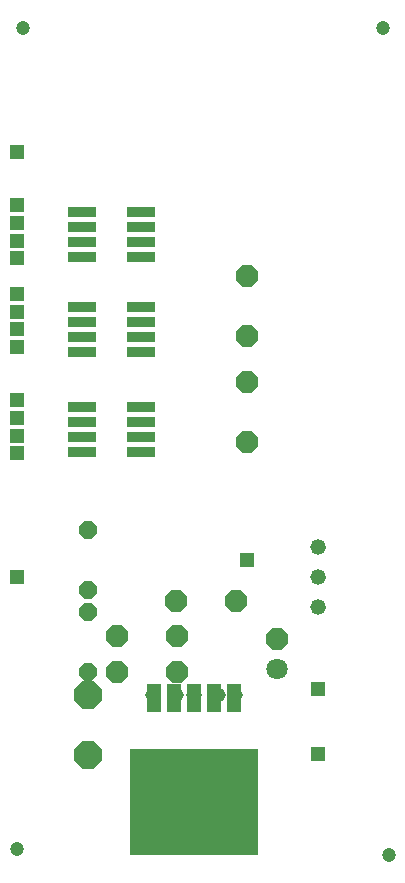
<source format=gts>
G75*
%MOIN*%
%OFA0B0*%
%FSLAX24Y24*%
%IPPOS*%
%LPD*%
%AMOC8*
5,1,8,0,0,1.08239X$1,22.5*
%
%ADD10C,0.0474*%
%ADD11C,0.0520*%
%ADD12R,0.4280X0.3580*%
%ADD13R,0.0500X0.0980*%
%ADD14C,0.0710*%
%ADD15OC8,0.0710*%
%ADD16OC8,0.0600*%
%ADD17OC8,0.0905*%
%ADD18R,0.0980X0.0320*%
%ADD19R,0.0476X0.0476*%
%ADD20C,0.0516*%
D10*
X002580Y002580D03*
X014982Y002383D03*
X014785Y029943D03*
X002777Y029943D03*
D11*
X012620Y012635D03*
X012620Y011635D03*
X012620Y010635D03*
D12*
X008486Y004155D03*
D13*
X008486Y007605D03*
X009156Y007605D03*
X009826Y007605D03*
X007816Y007605D03*
X007146Y007605D03*
D14*
X011242Y008576D03*
D15*
X011242Y009576D03*
X009880Y010848D03*
X007880Y010848D03*
X007911Y009667D03*
X007911Y008486D03*
X005911Y008486D03*
X005911Y009667D03*
X010257Y016147D03*
X010257Y018147D03*
X010257Y019691D03*
X010257Y021691D03*
D16*
X004943Y013226D03*
X004943Y011226D03*
X004943Y010470D03*
X004943Y008470D03*
D17*
X004943Y007714D03*
X004943Y005714D03*
D18*
X004740Y015807D03*
X004740Y016307D03*
X004740Y016807D03*
X004740Y017307D03*
X004740Y019153D03*
X004740Y019653D03*
X004740Y020153D03*
X004740Y020653D03*
X004740Y022303D03*
X004740Y022803D03*
X004740Y023303D03*
X004740Y023803D03*
X006720Y023803D03*
X006720Y023303D03*
X006720Y022803D03*
X006720Y022303D03*
X006720Y020653D03*
X006720Y020153D03*
X006720Y019653D03*
X006720Y019153D03*
X006720Y017307D03*
X006720Y016807D03*
X006720Y016307D03*
X006720Y015807D03*
D19*
X010257Y012226D03*
X012620Y007895D03*
X012620Y005730D03*
X002580Y011635D03*
X002580Y015769D03*
X002580Y016360D03*
X002580Y016950D03*
X002580Y017541D03*
X002580Y019313D03*
X002580Y019903D03*
X002580Y020494D03*
X002580Y021084D03*
X002580Y022265D03*
X002580Y022856D03*
X002580Y023446D03*
X002580Y024037D03*
X002580Y025809D03*
D20*
X007108Y007698D03*
X007895Y007698D03*
X008486Y007698D03*
X009273Y007698D03*
X009864Y007698D03*
M02*

</source>
